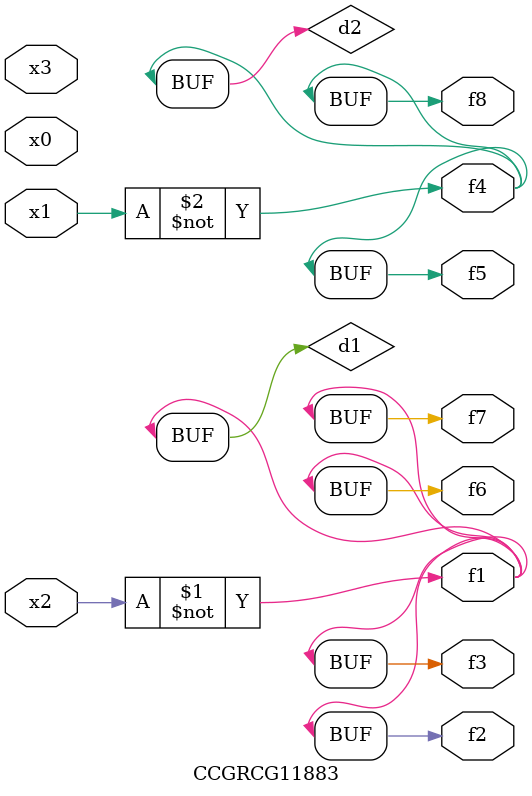
<source format=v>
module CCGRCG11883(
	input x0, x1, x2, x3,
	output f1, f2, f3, f4, f5, f6, f7, f8
);

	wire d1, d2;

	xnor (d1, x2);
	not (d2, x1);
	assign f1 = d1;
	assign f2 = d1;
	assign f3 = d1;
	assign f4 = d2;
	assign f5 = d2;
	assign f6 = d1;
	assign f7 = d1;
	assign f8 = d2;
endmodule

</source>
